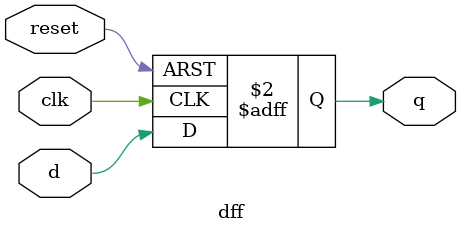
<source format=sv>
module shift (
    input clk,
    input reset,
    input data_in,
    output data_out);

    parameter DEPTH = 3;
    wire [DEPTH:0] connect_wire;

    assign data_out = connect_wire[DEPTH];
    assign connect_wire[0] = data_in;

    genvar i;
    generate
        for (i = 1; i <= DEPTH; i = i + 1) begin
            dff DFF(
                .clk(clk),
                .reset(reset),
                .d(connect_wire[i - 1]),
                .q(connect_wire[i])
                );
        end
    endgenerate

endmodule

// D Flip-Flop
module dff (
    input clk,
    input reset,
    input d,
    output reg q);

    always @(posedge clk or posedge reset)
    begin
        if (reset) begin
            q <= 1'b0;
        end else begin
            q <= d;
        end
    end
endmodule


</source>
